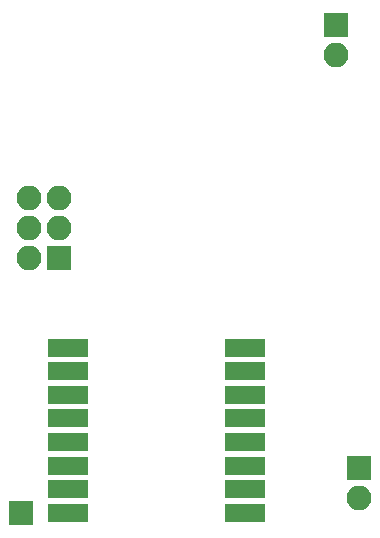
<source format=gbr>
G04 #@! TF.FileFunction,Soldermask,Bot*
%FSLAX46Y46*%
G04 Gerber Fmt 4.6, Leading zero omitted, Abs format (unit mm)*
G04 Created by KiCad (PCBNEW 4.0.7-e2-6376~58~ubuntu14.04.1) date Sat Jan 13 14:54:45 2018*
%MOMM*%
%LPD*%
G01*
G04 APERTURE LIST*
%ADD10C,0.100000*%
%ADD11R,3.400000X1.600000*%
%ADD12R,2.100000X2.100000*%
%ADD13O,2.100000X2.100000*%
G04 APERTURE END LIST*
D10*
D11*
X132595000Y-110475000D03*
X132595000Y-112475000D03*
X132595000Y-114475000D03*
X132595000Y-116475000D03*
X132595000Y-118475000D03*
X132595000Y-120475000D03*
X132595000Y-122475000D03*
X132595000Y-124475000D03*
X117595000Y-124475000D03*
X117595000Y-122475000D03*
X117595000Y-120475000D03*
X117595000Y-118475000D03*
X117595000Y-116475000D03*
X117595000Y-114475000D03*
X117595000Y-112475000D03*
X117595000Y-110475000D03*
D12*
X140335000Y-83185000D03*
D13*
X140335000Y-85725000D03*
D12*
X113665000Y-124460000D03*
X142240000Y-120650000D03*
D13*
X142240000Y-123190000D03*
D12*
X116840000Y-102870000D03*
D13*
X114300000Y-102870000D03*
X116840000Y-100330000D03*
X114300000Y-100330000D03*
X116840000Y-97790000D03*
X114300000Y-97790000D03*
M02*

</source>
